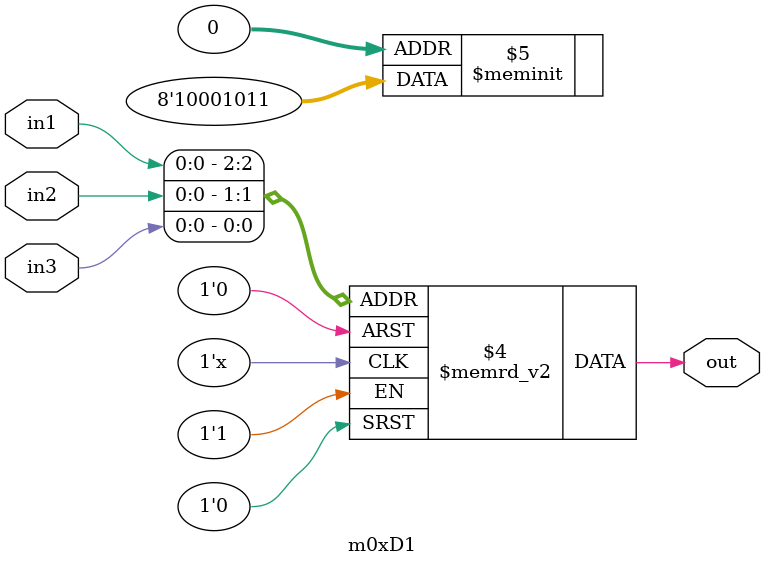
<source format=v>
module m0xD1(output out, input in1, in2, in3);

   always @(in1, in2, in3)
     begin
        case({in1, in2, in3})
          3'b000: {out} = 1'b1;
          3'b001: {out} = 1'b1;
          3'b010: {out} = 1'b0;
          3'b011: {out} = 1'b1;
          3'b100: {out} = 1'b0;
          3'b101: {out} = 1'b0;
          3'b110: {out} = 1'b0;
          3'b111: {out} = 1'b1;
        endcase // case ({in1, in2, in3})
     end // always @ (in1, in2, in3)

endmodule // m0xD1
</source>
